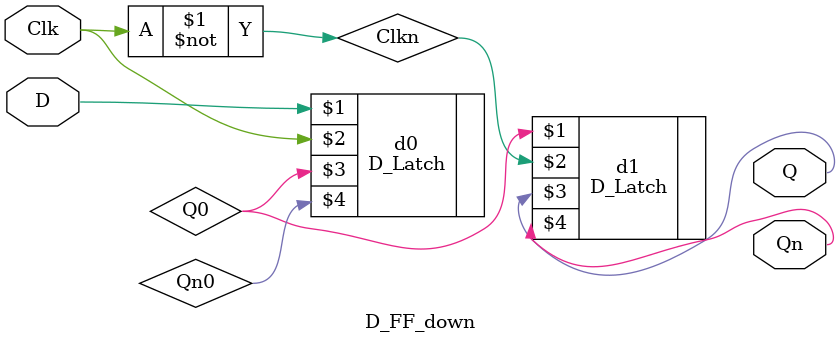
<source format=v>
`timescale 1ns / 1ps


module D_FF_down(D,Clk,Q,Qn);
input D,Clk;
output Q,Qn;
wire Clkn,Q0,Qn0;
not i0(Clkn,Clk);
D_Latch d0(D,Clk,Q0,Qn0);
D_Latch d1(Q0,Clkn,Q,Qn);
endmodule

</source>
